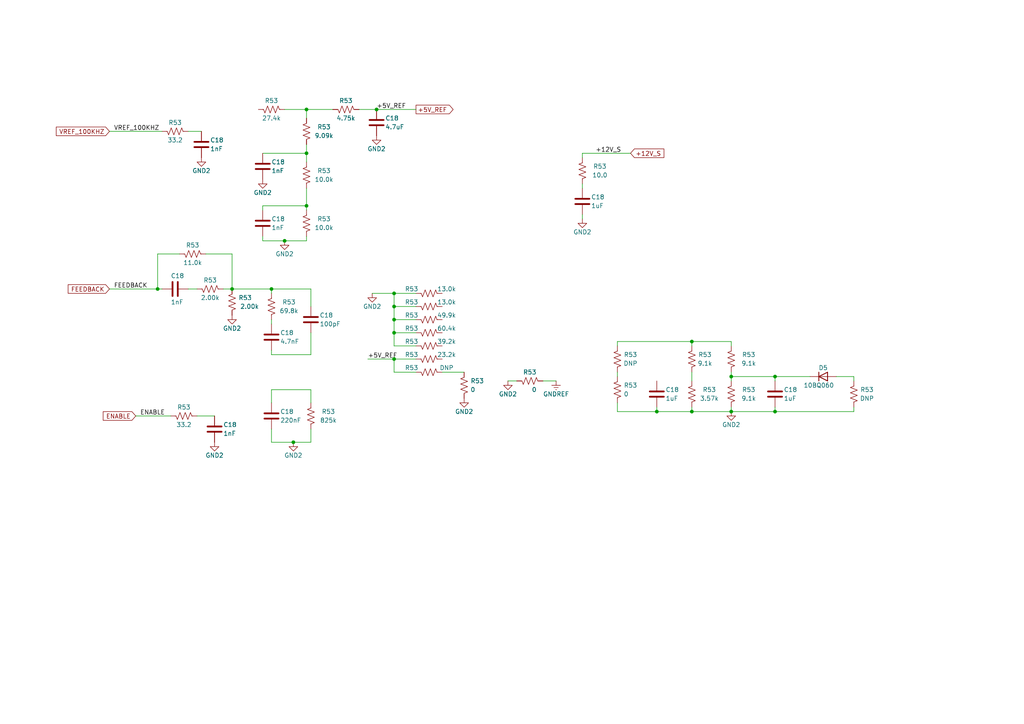
<source format=kicad_sch>
(kicad_sch (version 20230121) (generator eeschema)
  (paper "A4")
  (lib_symbols
    (symbol "Device:C" (pin_numbers hide) (pin_names (offset 0.254))
      (property "Reference" "C" (at 0.635 2.54 0))
      (property "Value" "C" (at 0.635 -2.54 0))
      (symbol "C_0_1"
        (polyline (pts (xy -2.032 -0.762) (xy 2.032 -0.762)) (stroke (width 0.508)))
        (polyline (pts (xy -2.032 0.762) (xy 2.032 0.762)) (stroke (width 0.508)))
      )
      (symbol "C_1_1"
        (pin passive line (at 0 3.81 270) (length 2.794) (name "~") (number "1"))
        (pin passive line (at 0 -3.81 90) (length 2.794) (name "~") (number "2"))
      )
    )
    (symbol "Device:D" (pin_numbers hide) (pin_names (offset 1.016) hide)
      (property "Reference" "D" (at 0 2.54 0))
      (property "Value" "D" (at 0 -2.54 0))
      (symbol "D_0_1"
        (polyline (pts (xy -1.27 1.27) (xy -1.27 -1.27)) (stroke (width 0.254)))
        (polyline (pts (xy 1.27 0) (xy -1.27 0)))
        (polyline (pts (xy 1.27 1.27) (xy 1.27 -1.27) (xy -1.27 0) (xy 1.27 1.27)) (stroke (width 0.254)))
      )
      (symbol "D_1_1"
        (pin passive line (at -3.81 0 0) (length 2.54) (name "K") (number "1"))
        (pin passive line (at 3.81 0 180) (length 2.54) (name "A") (number "2"))
      )
    )
    (symbol "Device:R_US" (pin_numbers hide) (pin_names (offset 0))
      (property "Reference" "R" (at 2.54 0 90))
      (property "Value" "R_US" (at -2.54 0 90))
      (symbol "R_US_0_1"
        (polyline (pts (xy 0 -2.286) (xy 0 -2.54)))
        (polyline (pts (xy 0 2.286) (xy 0 2.54)))
        (polyline (pts (xy 0 -0.762) (xy 1.016 -1.143) (xy 0 -1.524) (xy -1.016 -1.905) (xy 0 -2.286)))
        (polyline (pts (xy 0 0.762) (xy 1.016 0.381) (xy 0 0) (xy -1.016 -0.381) (xy 0 -0.762)))
        (polyline (pts (xy 0 2.286) (xy 1.016 1.905) (xy 0 1.524) (xy -1.016 1.143) (xy 0 0.762)))
      )
      (symbol "R_US_1_1"
        (pin passive line (at 0 3.81 270) (length 1.27) (name "~") (number "1"))
        (pin passive line (at 0 -3.81 90) (length 1.27) (name "~") (number "2"))
      )
    )
    (symbol "power:GND2" (power) (pin_names (offset 0))
      (property "Value" "GND2" (at 0 -3.81 0))
      (symbol "GND2_0_1"
        (polyline (pts (xy 0 0) (xy 0 -1.27) (xy 1.27 -1.27) (xy 0 -2.54) (xy -1.27 -1.27) (xy 0 -1.27)))
      )
      (symbol "GND2_1_1"
        (pin power_in line (at 0 0 270) (length 0) hide (name "GND2") (number "1"))
      )
    )
    (symbol "power:GNDREF" (power) (pin_names (offset 0))
      (property "Value" "GNDREF" (at 0 -3.81 0))
      (symbol "GNDREF_0_1"
        (polyline (pts (xy -0.635 -1.905) (xy 0.635 -1.905)))
        (polyline (pts (xy -0.127 -2.54) (xy 0.127 -2.54)))
        (polyline (pts (xy 0 -1.27) (xy 0 0)))
        (polyline (pts (xy 1.27 -1.27) (xy -1.27 -1.27)))
      )
      (symbol "GNDREF_1_1"
        (pin power_in line (at 0 0 270) (length 0) hide (name "GNDREF") (number "1"))
      )
    )
  )
  (junction (at 45.72 83.82))
  (junction (at 200.66 99.06))
  (junction (at 190.5 119.38))
  (junction (at 114.3 92.71))
  (junction (at 224.79 119.38))
  (junction (at 114.3 96.52))
  (junction (at 109.22 31.75))
  (junction (at 114.3 104.14))
  (junction (at 78.74 83.82))
  (junction (at 200.66 119.38))
  (junction (at 88.9 44.45))
  (junction (at 82.55 69.85))
  (junction (at 212.09 109.22))
  (junction (at 224.79 109.22))
  (junction (at 67.31 83.82))
  (junction (at 88.9 31.75))
  (junction (at 85.09 128.27))
  (junction (at 88.9 59.69))
  (junction (at 114.3 85.09))
  (junction (at 212.09 119.38))
  (junction (at 114.3 88.9))
  (wire (pts (xy 52.07 73.66) (xy 45.72 73.66)))
  (wire (pts (xy 109.22 31.75) (xy 120.65 31.75)))
  (wire (pts (xy 88.9 44.45) (xy 88.9 46.99)))
  (wire (pts (xy 224.79 110.49) (xy 224.79 109.22)))
  (wire (pts (xy 78.74 102.87) (xy 78.74 101.6)))
  (wire (pts (xy 46.99 83.82) (xy 45.72 83.82)))
  (wire (pts (xy 190.5 118.11) (xy 190.5 119.38)))
  (wire (pts (xy 114.3 92.71) (xy 114.3 88.9)))
  (wire (pts (xy 88.9 69.85) (xy 88.9 68.58)))
  (wire (pts (xy 179.07 119.38) (xy 179.07 116.84)))
  (wire (pts (xy 212.09 119.38) (xy 212.09 118.11)))
  (wire (pts (xy 88.9 31.75) (xy 88.9 34.29)))
  (wire (pts (xy 114.3 100.33) (xy 114.3 96.52)))
  (wire (pts (xy 190.5 119.38) (xy 179.07 119.38)))
  (wire (pts (xy 212.09 100.33) (xy 212.09 99.06)))
  (wire (pts (xy 76.2 44.45) (xy 88.9 44.45)))
  (wire (pts (xy 114.3 96.52) (xy 120.65 96.52)))
  (wire (pts (xy 85.09 128.27) (xy 90.17 128.27)))
  (wire (pts (xy 76.2 59.69) (xy 76.2 60.96)))
  (wire (pts (xy 90.17 116.84) (xy 90.17 113.03)))
  (wire (pts (xy 88.9 59.69) (xy 88.9 60.96)))
  (wire (pts (xy 179.07 99.06) (xy 200.66 99.06)))
  (wire (pts (xy 64.77 83.82) (xy 67.31 83.82)))
  (wire (pts (xy 82.55 31.75) (xy 88.9 31.75)))
  (wire (pts (xy 168.91 53.34) (xy 168.91 54.61)))
  (wire (pts (xy 76.2 69.85) (xy 76.2 68.58)))
  (wire (pts (xy 39.37 120.65) (xy 49.53 120.65)))
  (wire (pts (xy 200.66 118.11) (xy 200.66 119.38)))
  (wire (pts (xy 179.07 107.95) (xy 179.07 109.22)))
  (wire (pts (xy 200.66 99.06) (xy 200.66 100.33)))
  (wire (pts (xy 120.65 100.33) (xy 114.3 100.33)))
  (wire (pts (xy 114.3 85.09) (xy 120.65 85.09)))
  (wire (pts (xy 212.09 119.38) (xy 224.79 119.38)))
  (wire (pts (xy 168.91 44.45) (xy 168.91 45.72)))
  (wire (pts (xy 200.66 119.38) (xy 212.09 119.38)))
  (wire (pts (xy 212.09 109.22) (xy 212.09 110.49)))
  (wire (pts (xy 106.68 104.14) (xy 114.3 104.14)))
  (wire (pts (xy 168.91 63.5) (xy 168.91 62.23)))
  (wire (pts (xy 128.27 107.95) (xy 134.62 107.95)))
  (wire (pts (xy 190.5 119.38) (xy 200.66 119.38)))
  (wire (pts (xy 114.3 107.95) (xy 114.3 104.14)))
  (wire (pts (xy 57.15 83.82) (xy 54.61 83.82)))
  (wire (pts (xy 78.74 102.87) (xy 90.17 102.87)))
  (wire (pts (xy 107.95 85.09) (xy 114.3 85.09)))
  (wire (pts (xy 90.17 88.9) (xy 90.17 83.82)))
  (wire (pts (xy 179.07 100.33) (xy 179.07 99.06)))
  (wire (pts (xy 114.3 88.9) (xy 114.3 85.09)))
  (wire (pts (xy 120.65 107.95) (xy 114.3 107.95)))
  (wire (pts (xy 247.65 119.38) (xy 247.65 118.11)))
  (wire (pts (xy 88.9 31.75) (xy 96.52 31.75)))
  (wire (pts (xy 104.14 31.75) (xy 109.22 31.75)))
  (wire (pts (xy 88.9 54.61) (xy 88.9 59.69)))
  (wire (pts (xy 57.15 120.65) (xy 62.23 120.65)))
  (wire (pts (xy 90.17 113.03) (xy 78.74 113.03)))
  (wire (pts (xy 67.31 83.82) (xy 78.74 83.82)))
  (wire (pts (xy 78.74 128.27) (xy 85.09 128.27)))
  (wire (pts (xy 90.17 102.87) (xy 90.17 96.52)))
  (wire (pts (xy 200.66 107.95) (xy 200.66 110.49)))
  (wire (pts (xy 247.65 109.22) (xy 242.57 109.22)))
  (wire (pts (xy 182.88 44.45) (xy 168.91 44.45)))
  (wire (pts (xy 114.3 88.9) (xy 120.65 88.9)))
  (wire (pts (xy 59.69 73.66) (xy 67.31 73.66)))
  (wire (pts (xy 31.75 38.1) (xy 46.99 38.1)))
  (wire (pts (xy 78.74 85.09) (xy 78.74 83.82)))
  (wire (pts (xy 114.3 92.71) (xy 120.65 92.71)))
  (wire (pts (xy 114.3 96.52) (xy 114.3 92.71)))
  (wire (pts (xy 147.32 110.49) (xy 149.86 110.49)))
  (wire (pts (xy 90.17 83.82) (xy 78.74 83.82)))
  (wire (pts (xy 82.55 69.85) (xy 76.2 69.85)))
  (wire (pts (xy 54.61 38.1) (xy 58.42 38.1)))
  (wire (pts (xy 78.74 113.03) (xy 78.74 116.84)))
  (wire (pts (xy 247.65 110.49) (xy 247.65 109.22)))
  (wire (pts (xy 224.79 109.22) (xy 234.95 109.22)))
  (wire (pts (xy 224.79 119.38) (xy 247.65 119.38)))
  (wire (pts (xy 157.48 110.49) (xy 161.29 110.49)))
  (wire (pts (xy 88.9 41.91) (xy 88.9 44.45)))
  (wire (pts (xy 31.75 83.82) (xy 45.72 83.82)))
  (wire (pts (xy 45.72 73.66) (xy 45.72 83.82)))
  (wire (pts (xy 78.74 92.71) (xy 78.74 93.98)))
  (wire (pts (xy 90.17 128.27) (xy 90.17 124.46)))
  (wire (pts (xy 76.2 59.69) (xy 88.9 59.69)))
  (wire (pts (xy 212.09 107.95) (xy 212.09 109.22)))
  (wire (pts (xy 82.55 69.85) (xy 88.9 69.85)))
  (wire (pts (xy 212.09 99.06) (xy 200.66 99.06)))
  (wire (pts (xy 114.3 104.14) (xy 120.65 104.14)))
  (wire (pts (xy 224.79 109.22) (xy 212.09 109.22)))
  (wire (pts (xy 67.31 73.66) (xy 67.31 83.82)))
  (wire (pts (xy 224.79 119.38) (xy 224.79 118.11)))
  (wire (pts (xy 78.74 124.46) (xy 78.74 128.27)))
  (label "FEEDBACK" (at 33.02 83.82 0))
  (label "ENABLE" (at 40.64 120.65 0))
  (label "VREF_100KHZ" (at 33.02 38.1 0))
  (label "+12V_S" (at 172.72 44.45 0))
  (label "+5V_REF" (at 106.68 104.14 0))
  (label "+5V_REF" (at 109.22 31.75 0))
  (global_label "ENABLE" (shape input) (at 39.37 120.65 180) (property "Intersheetrefs" "${INTERSHEET_REFS}" (effects hide)))
  (global_label "VREF_100KHZ" (shape input) (at 31.75 38.1 180) (property "Intersheetrefs" "${INTERSHEET_REFS}" (effects hide)))
  (global_label "+5V_REF" (shape output) (at 120.65 31.75 0) (property "Intersheetrefs" "${INTERSHEET_REFS}" (effects hide)))
  (global_label "FEEDBACK" (shape input) (at 31.75 83.82 180) (property "Intersheetrefs" "${INTERSHEET_REFS}" (effects hide)))
  (global_label "+12V_S" (shape input) (at 182.88 44.45 0) (property "Intersheetrefs" "${INTERSHEET_REFS}" (effects hide)))
  (symbol (lib_id "Device:C") (at 168.91 58.42 0) (mirror x) (unit 1)
    (property "Reference" "C18" (at 171.45 57.15 0) (effects (justify left)))
    (property "Value" "1uF" (at 171.45 59.69 0) (effects (justify left)))
    (instances (project "full_bridge_smps" (path "" (reference "C18") (unit 1)) (path "" (reference "C48") (unit 1)) (path "" (reference "C69") (unit 1)) (path "" (reference "C97") (unit 1))))
  )
  (symbol (lib_id "power:GND2") (at 147.32 110.49 0) (unit 1)
    (property "Reference" "#PWR0107" (effects hide))
    (property "Value" "GND2" (at 147.32 114.3 0))
  )
  (symbol (lib_id "Device:C") (at 190.5 114.3 0) (mirror x) (unit 1)
    (property "Reference" "C18" (at 193.04 113.03 0) (effects (justify left)))
    (property "Value" "1uF" (at 193.04 115.57 0) (effects (justify left)))
    (instances (project "full_bridge_smps" (path "" (reference "C18") (unit 1)) (path "" (reference "C48") (unit 1)) (path "" (reference "C69") (unit 1)) (path "" (reference "C46") (unit 1))))
  )
  (symbol (lib_id "Device:C") (at 76.2 48.26 0) (mirror x) (unit 1)
    (property "Reference" "C18" (at 78.74 46.99 0) (effects (justify left)))
    (property "Value" "1nF" (at 78.74 49.53 0) (effects (justify left)))
    (instances (project "full_bridge_smps" (path "" (reference "C18") (unit 1)) (path "" (reference "C48") (unit 1)) (path "" (reference "C69") (unit 1)) (path "" (reference "C44") (unit 1))))
  )
  (symbol (lib_id "Device:R_US") (at 124.46 107.95 90) (mirror x) (unit 1)
    (property "Reference" "R53" (at 119.38 106.68 90))
    (property "Value" "DNP" (at 129.54 106.68 90))
    (instances (project "full_bridge_smps" (path "" (reference "R53") (unit 1)) (path "" (reference "R80") (unit 1)) (path "" (reference "R42") (unit 1)) (path "" (reference "R108") (unit 1))))
  )
  (symbol (lib_id "Device:R_US") (at 124.46 100.33 90) (mirror x) (unit 1)
    (property "Reference" "R53" (at 119.38 99.06 90))
    (property "Value" "39.2k" (at 129.54 99.06 90))
    (instances (project "full_bridge_smps" (path "" (reference "R53") (unit 1)) (path "" (reference "R80") (unit 1)) (path "" (reference "R42") (unit 1)) (path "" (reference "R112") (unit 1))))
  )
  (symbol (lib_id "power:GND2") (at 62.23 128.27 0) (unit 1)
    (property "Reference" "#PWR0104" (effects hide))
    (property "Value" "GND2" (at 62.23 132.08 0))
  )
  (symbol (lib_id "power:GND2") (at 134.62 115.57 0) (unit 1)
    (property "Reference" "#PWR0106" (effects hide))
    (property "Value" "GND2" (at 134.62 119.38 0))
  )
  (symbol (lib_id "Device:R_US") (at 90.17 120.65 0) (mirror x) (unit 1)
    (property "Reference" "R53" (at 95.25 119.38 0))
    (property "Value" "825k" (at 95.25 121.92 0))
    (instances (project "full_bridge_smps" (path "" (reference "R53") (unit 1)) (path "" (reference "R80") (unit 1)) (path "" (reference "R42") (unit 1)) (path "" (reference "R109") (unit 1))))
  )
  (symbol (lib_id "Device:R_US") (at 60.96 83.82 90) (mirror x) (unit 1)
    (property "Reference" "R53" (at 60.96 81.28 90))
    (property "Value" "2.00k" (at 60.96 86.36 90))
    (instances (project "full_bridge_smps" (path "" (reference "R53") (unit 1)) (path "" (reference "R80") (unit 1)) (path "" (reference "R42") (unit 1)) (path "" (reference "R99") (unit 1))))
  )
  (symbol (lib_id "Device:R_US") (at 212.09 114.3 0) (mirror y) (unit 1)
    (property "Reference" "R53" (at 217.17 113.03 0))
    (property "Value" "9.1k" (at 217.17 115.57 0))
    (instances (project "full_bridge_smps" (path "" (reference "R53") (unit 1)) (path "" (reference "R80") (unit 1)) (path "" (reference "R42") (unit 1)) (path "" (reference "R48") (unit 1))))
  )
  (symbol (lib_id "Device:C") (at 62.23 124.46 0) (mirror x) (unit 1)
    (property "Reference" "C18" (at 64.77 123.19 0) (effects (justify left)))
    (property "Value" "1nF" (at 64.77 125.73 0) (effects (justify left)))
    (instances (project "full_bridge_smps" (path "" (reference "C18") (unit 1)) (path "" (reference "C48") (unit 1)) (path "" (reference "C69") (unit 1)) (path "" (reference "C92") (unit 1))))
  )
  (symbol (lib_id "Device:R_US") (at 179.07 104.14 0) (mirror y) (unit 1)
    (property "Reference" "R53" (at 182.88 102.87 0))
    (property "Value" "DNP" (at 182.88 105.41 0))
    (instances (project "full_bridge_smps" (path "" (reference "R53") (unit 1)) (path "" (reference "R80") (unit 1)) (path "" (reference "R42") (unit 1)) (path "" (reference "R118") (unit 1))))
  )
  (symbol (lib_id "Device:R_US") (at 200.66 104.14 0) (mirror y) (unit 1)
    (property "Reference" "R53" (at 204.47 102.87 0))
    (property "Value" "9.1k" (at 204.47 105.41 0))
    (instances (project "full_bridge_smps" (path "" (reference "R53") (unit 1)) (path "" (reference "R80") (unit 1)) (path "" (reference "R42") (unit 1)) (path "" (reference "R121") (unit 1))))
  )
  (symbol (lib_id "Device:R_US") (at 134.62 111.76 0) (mirror y) (unit 1)
    (property "Reference" "R53" (at 138.43 110.49 0))
    (property "Value" "0" (at 137.16 113.03 0))
    (instances (project "full_bridge_smps" (path "" (reference "R53") (unit 1)) (path "" (reference "R80") (unit 1)) (path "" (reference "R42") (unit 1)) (path "" (reference "R114") (unit 1))))
  )
  (symbol (lib_id "power:GND2") (at 212.09 119.38 0) (unit 1)
    (property "Reference" "#PWR0111" (effects hide))
    (property "Value" "GND2" (at 212.09 123.19 0))
  )
  (symbol (lib_id "Device:D") (at 238.76 109.22 0) (mirror x) (unit 1)
    (property "Reference" "D5" (at 238.76 106.68 0))
    (property "Value" "10BQ060" (at 237.49 111.76 0))
    (instances (project "full_bridge_smps" (path "" (reference "D5") (unit 1)) (path "" (reference "D29") (unit 1)) (path "" (reference "D16") (unit 1))))
  )
  (symbol (lib_id "Device:R_US") (at 124.46 104.14 90) (mirror x) (unit 1)
    (property "Reference" "R53" (at 119.38 102.87 90))
    (property "Value" "23.2k" (at 129.54 102.87 90))
    (instances (project "full_bridge_smps" (path "" (reference "R53") (unit 1)) (path "" (reference "R80") (unit 1)) (path "" (reference "R42") (unit 1)) (path "" (reference "R117") (unit 1))))
  )
  (symbol (lib_id "power:GND2") (at 76.2 52.07 0) (unit 1)
    (property "Reference" "#PWR0100" (effects hide))
    (property "Value" "GND2" (at 76.2 55.88 0))
  )
  (symbol (lib_id "Device:R_US") (at 153.67 110.49 90) (mirror x) (unit 1)
    (property "Reference" "R53" (at 153.67 107.95 90))
    (property "Value" "0" (at 154.94 113.03 90))
    (instances (project "full_bridge_smps" (path "" (reference "R53") (unit 1)) (path "" (reference "R80") (unit 1)) (path "" (reference "R42") (unit 1)) (path "" (reference "SC3") (unit 1))))
  )
  (symbol (lib_id "Device:C") (at 224.79 114.3 0) (mirror x) (unit 1)
    (property "Reference" "C18" (at 227.33 113.03 0) (effects (justify left)))
    (property "Value" "1uF" (at 227.33 115.57 0) (effects (justify left)))
    (instances (project "full_bridge_smps" (path "" (reference "C18") (unit 1)) (path "" (reference "C48") (unit 1)) (path "" (reference "C69") (unit 1)) (path "" (reference "C50") (unit 1))))
  )
  (symbol (lib_id "Device:C") (at 58.42 41.91 0) (mirror x) (unit 1)
    (property "Reference" "C18" (at 60.96 40.64 0) (effects (justify left)))
    (property "Value" "1nF" (at 60.96 43.18 0) (effects (justify left)))
    (instances (project "full_bridge_smps" (path "" (reference "C18") (unit 1)) (path "" (reference "C48") (unit 1)) (path "" (reference "C69") (unit 1)) (path "" (reference "C91") (unit 1))))
  )
  (symbol (lib_id "Device:R_US") (at 124.46 85.09 90) (mirror x) (unit 1)
    (property "Reference" "R53" (at 119.38 83.82 90))
    (property "Value" "13.0k" (at 129.54 83.82 90))
    (instances (project "full_bridge_smps" (path "" (reference "R53") (unit 1)) (path "" (reference "R80") (unit 1)) (path "" (reference "R42") (unit 1)) (path "" (reference "R110") (unit 1))))
  )
  (symbol (lib_id "power:GND2") (at 109.22 39.37 0) (unit 1)
    (property "Reference" "#PWR0102" (effects hide))
    (property "Value" "GND2" (at 109.22 43.18 0))
  )
  (symbol (lib_id "Device:R_US") (at 247.65 114.3 0) (mirror y) (unit 1)
    (property "Reference" "R53" (at 251.46 113.03 0))
    (property "Value" "DNP" (at 251.46 115.57 0))
    (instances (project "full_bridge_smps" (path "" (reference "R53") (unit 1)) (path "" (reference "R80") (unit 1)) (path "" (reference "R42") (unit 1)) (path "" (reference "R49") (unit 1))))
  )
  (symbol (lib_id "Device:R_US") (at 212.09 104.14 0) (mirror y) (unit 1)
    (property "Reference" "R53" (at 217.17 102.87 0))
    (property "Value" "9.1k" (at 217.17 105.41 0))
    (instances (project "full_bridge_smps" (path "" (reference "R53") (unit 1)) (path "" (reference "R80") (unit 1)) (path "" (reference "R42") (unit 1)) (path "" (reference "R47") (unit 1))))
  )
  (symbol (lib_id "Device:R_US") (at 78.74 31.75 270) (mirror x) (unit 1)
    (property "Reference" "R53" (at 78.74 29.21 90))
    (property "Value" "27.4k" (at 78.74 34.29 90))
    (instances (project "full_bridge_smps" (path "" (reference "R53") (unit 1)) (path "" (reference "R80") (unit 1)) (path "" (reference "R42") (unit 1)) (path "" (reference "R104") (unit 1))))
  )
  (symbol (lib_id "Device:R_US") (at 67.31 87.63 0) (mirror x) (unit 1)
    (property "Reference" "R53" (at 71.12 86.36 0))
    (property "Value" "2.00k" (at 72.39 88.9 0))
    (instances (project "full_bridge_smps" (path "" (reference "R53") (unit 1)) (path "" (reference "R80") (unit 1)) (path "" (reference "R42") (unit 1)) (path "" (reference "R46") (unit 1))))
  )
  (symbol (lib_id "Device:C") (at 90.17 92.71 0) (mirror x) (unit 1)
    (property "Reference" "C18" (at 92.71 91.44 0) (effects (justify left)))
    (property "Value" "100pF" (at 92.71 93.98 0) (effects (justify left)))
    (instances (project "full_bridge_smps" (path "" (reference "C18") (unit 1)) (path "" (reference "C48") (unit 1)) (path "" (reference "C69") (unit 1)) (path "" (reference "C89") (unit 1))))
  )
  (symbol (lib_id "Device:R_US") (at 88.9 64.77 0) (mirror y) (unit 1)
    (property "Reference" "R53" (at 93.98 63.5 0))
    (property "Value" "10.0k" (at 93.98 66.04 0))
    (instances (project "full_bridge_smps" (path "" (reference "R53") (unit 1)) (path "" (reference "R80") (unit 1)) (path "" (reference "R42") (unit 1)) (path "" (reference "R45") (unit 1))))
  )
  (symbol (lib_id "Device:R_US") (at 168.91 49.53 0) (mirror y) (unit 1)
    (property "Reference" "R53" (at 173.99 48.26 0))
    (property "Value" "10.0" (at 173.99 50.8 0))
    (instances (project "full_bridge_smps" (path "" (reference "R53") (unit 1)) (path "" (reference "R80") (unit 1)) (path "" (reference "R42") (unit 1)) (path "" (reference "R120") (unit 1))))
  )
  (symbol (lib_id "Device:R_US") (at 179.07 113.03 0) (mirror y) (unit 1)
    (property "Reference" "R53" (at 182.88 111.76 0))
    (property "Value" "0" (at 181.61 114.3 0))
    (instances (project "full_bridge_smps" (path "" (reference "R53") (unit 1)) (path "" (reference "R80") (unit 1)) (path "" (reference "R42") (unit 1)) (path "" (reference "R119") (unit 1))))
  )
  (symbol (lib_id "Device:R_US") (at 88.9 50.8 0) (mirror y) (unit 1)
    (property "Reference" "R53" (at 93.98 49.53 0))
    (property "Value" "10.0k" (at 93.98 52.07 0))
    (instances (project "full_bridge_smps" (path "" (reference "R53") (unit 1)) (path "" (reference "R80") (unit 1)) (path "" (reference "R42") (unit 1)) (path "" (reference "R107") (unit 1))))
  )
  (symbol (lib_id "Device:R_US") (at 78.74 88.9 0) (mirror x) (unit 1)
    (property "Reference" "R53" (at 83.82 87.63 0))
    (property "Value" "69.8k" (at 83.82 90.17 0))
    (instances (project "full_bridge_smps" (path "" (reference "R53") (unit 1)) (path "" (reference "R80") (unit 1)) (path "" (reference "R42") (unit 1)) (path "" (reference "R100") (unit 1))))
  )
  (symbol (lib_id "Device:R_US") (at 100.33 31.75 270) (mirror x) (unit 1)
    (property "Reference" "R53" (at 100.33 29.21 90))
    (property "Value" "4.75k" (at 100.33 34.29 90))
    (instances (project "full_bridge_smps" (path "" (reference "R53") (unit 1)) (path "" (reference "R80") (unit 1)) (path "" (reference "R42") (unit 1)) (path "" (reference "R113") (unit 1))))
  )
  (symbol (lib_id "Device:R_US") (at 88.9 38.1 0) (mirror y) (unit 1)
    (property "Reference" "R53" (at 93.98 36.83 0))
    (property "Value" "9.09k" (at 93.98 39.37 0))
    (instances (project "full_bridge_smps" (path "" (reference "R53") (unit 1)) (path "" (reference "R80") (unit 1)) (path "" (reference "R42") (unit 1)) (path "" (reference "R106") (unit 1))))
  )
  (symbol (lib_id "power:GND2") (at 85.09 128.27 0) (unit 1)
    (property "Reference" "#PWR0105" (effects hide))
    (property "Value" "GND2" (at 85.09 132.08 0))
  )
  (symbol (lib_id "Device:R_US") (at 55.88 73.66 90) (mirror x) (unit 1)
    (property "Reference" "R53" (at 55.88 71.12 90))
    (property "Value" "11.0k" (at 55.88 76.2 90))
    (instances (project "full_bridge_smps" (path "" (reference "R53") (unit 1)) (path "" (reference "R80") (unit 1)) (path "" (reference "R42") (unit 1)) (path "" (reference "R98") (unit 1))))
  )
  (symbol (lib_id "power:GNDREF") (at 161.29 110.49 0) (mirror y) (unit 1)
    (property "Reference" "#PWR071" (effects hide))
    (property "Value" "GNDREF" (at 161.29 114.3 0))
    (instances (project "full_bridge_smps" (path "" (reference "#PWR071") (unit 1)) (path "" (reference "#PWR041") (unit 1)) (path "" (reference "#PWR084") (unit 1)) (path "" (reference "#PWR0108") (unit 1))))
  )
  (symbol (lib_id "Device:R_US") (at 50.8 38.1 270) (mirror x) (unit 1)
    (property "Reference" "R53" (at 50.8 35.56 90))
    (property "Value" "33.2" (at 50.8 40.64 90))
    (instances (project "full_bridge_smps" (path "" (reference "R53") (unit 1)) (path "" (reference "R80") (unit 1)) (path "" (reference "R42") (unit 1)) (path "" (reference "R102") (unit 1))))
  )
  (symbol (lib_id "Device:R_US") (at 53.34 120.65 90) (mirror x) (unit 1)
    (property "Reference" "R53" (at 53.34 118.11 90))
    (property "Value" "33.2" (at 53.34 123.19 90))
    (instances (project "full_bridge_smps" (path "" (reference "R53") (unit 1)) (path "" (reference "R80") (unit 1)) (path "" (reference "R42") (unit 1)) (path "" (reference "R103") (unit 1))))
  )
  (symbol (lib_id "power:GND2") (at 67.31 91.44 0) (unit 1)
    (property "Reference" "#PWR0103" (effects hide))
    (property "Value" "GND2" (at 67.31 95.25 0))
  )
  (symbol (lib_id "Device:C") (at 76.2 64.77 0) (mirror x) (unit 1)
    (property "Reference" "C18" (at 78.74 63.5 0) (effects (justify left)))
    (property "Value" "1nF" (at 78.74 66.04 0) (effects (justify left)))
    (instances (project "full_bridge_smps" (path "" (reference "C18") (unit 1)) (path "" (reference "C48") (unit 1)) (path "" (reference "C69") (unit 1)) (path "" (reference "C45") (unit 1))))
  )
  (symbol (lib_id "Device:R_US") (at 200.66 114.3 0) (mirror y) (unit 1)
    (property "Reference" "R53" (at 205.74 113.03 0))
    (property "Value" "3.57k" (at 205.74 115.57 0))
    (instances (project "full_bridge_smps" (path "" (reference "R53") (unit 1)) (path "" (reference "R80") (unit 1)) (path "" (reference "R42") (unit 1)) (path "" (reference "R122") (unit 1))))
  )
  (symbol (lib_id "Device:R_US") (at 124.46 96.52 90) (mirror x) (unit 1)
    (property "Reference" "R53" (at 119.38 95.25 90))
    (property "Value" "60.4k" (at 129.54 95.25 90))
    (instances (project "full_bridge_smps" (path "" (reference "R53") (unit 1)) (path "" (reference "R80") (unit 1)) (path "" (reference "R42") (unit 1)) (path "" (reference "R116") (unit 1))))
  )
  (symbol (lib_id "power:GND2") (at 82.55 69.85 0) (unit 1)
    (property "Reference" "#PWR0101" (effects hide))
    (property "Value" "GND2" (at 82.55 73.66 0))
  )
  (symbol (lib_id "Device:C") (at 50.8 83.82 270) (mirror x) (unit 1)
    (property "Reference" "C18" (at 49.53 80.01 90) (effects (justify left)))
    (property "Value" "1nF" (at 49.53 87.63 90) (effects (justify left)))
    (instances (project "full_bridge_smps" (path "" (reference "C18") (unit 1)) (path "" (reference "C48") (unit 1)) (path "" (reference "C69") (unit 1)) (path "" (reference "C88") (unit 1))))
  )
  (symbol (lib_id "Device:C") (at 78.74 120.65 0) (mirror x) (unit 1)
    (property "Reference" "C18" (at 81.28 119.38 0) (effects (justify left)))
    (property "Value" "220nF" (at 81.28 121.92 0) (effects (justify left)))
    (instances (project "full_bridge_smps" (path "" (reference "C18") (unit 1)) (path "" (reference "C48") (unit 1)) (path "" (reference "C69") (unit 1)) (path "" (reference "C93") (unit 1))))
  )
  (symbol (lib_id "Device:C") (at 78.74 97.79 0) (mirror x) (unit 1)
    (property "Reference" "C18" (at 81.28 96.52 0) (effects (justify left)))
    (property "Value" "4.7nF" (at 81.28 99.06 0) (effects (justify left)))
    (instances (project "full_bridge_smps" (path "" (reference "C18") (unit 1)) (path "" (reference "C48") (unit 1)) (path "" (reference "C69") (unit 1)) (path "" (reference "C90") (unit 1))))
  )
  (symbol (lib_id "power:GND2") (at 58.42 45.72 0) (unit 1)
    (property "Reference" "#PWR099" (effects hide))
    (property "Value" "GND2" (at 58.42 49.53 0))
  )
  (symbol (lib_id "Device:C") (at 109.22 35.56 0) (mirror x) (unit 1)
    (property "Reference" "C18" (at 111.76 34.29 0) (effects (justify left)))
    (property "Value" "4.7uF" (at 111.76 36.83 0) (effects (justify left)))
    (instances (project "full_bridge_smps" (path "" (reference "C18") (unit 1)) (path "" (reference "C48") (unit 1)) (path "" (reference "C69") (unit 1)) (path "" (reference "C96") (unit 1))))
  )
  (symbol (lib_id "Device:R_US") (at 124.46 88.9 90) (mirror x) (unit 1)
    (property "Reference" "R53" (at 119.38 87.63 90))
    (property "Value" "13.0k" (at 129.54 87.63 90))
    (instances (project "full_bridge_smps" (path "" (reference "R53") (unit 1)) (path "" (reference "R80") (unit 1)) (path "" (reference "R42") (unit 1)) (path "" (reference "R115") (unit 1))))
  )
  (symbol (lib_id "Device:R_US") (at 124.46 92.71 90) (mirror x) (unit 1)
    (property "Reference" "R53" (at 119.38 91.44 90))
    (property "Value" "49.9k" (at 129.54 91.44 90))
    (instances (project "full_bridge_smps" (path "" (reference "R53") (unit 1)) (path "" (reference "R80") (unit 1)) (path "" (reference "R42") (unit 1)) (path "" (reference "R111") (unit 1))))
  )
  (symbol (lib_id "power:GND2") (at 107.95 85.09 0) (unit 1)
    (property "Reference" "#PWR0109" (effects hide))
    (property "Value" "GND2" (at 107.95 88.9 0))
  )
  (symbol (lib_id "power:GND2") (at 168.91 63.5 0) (unit 1)
    (property "Reference" "#PWR0110" (effects hide))
    (property "Value" "GND2" (at 168.91 67.31 0))
  )
)
</source>
